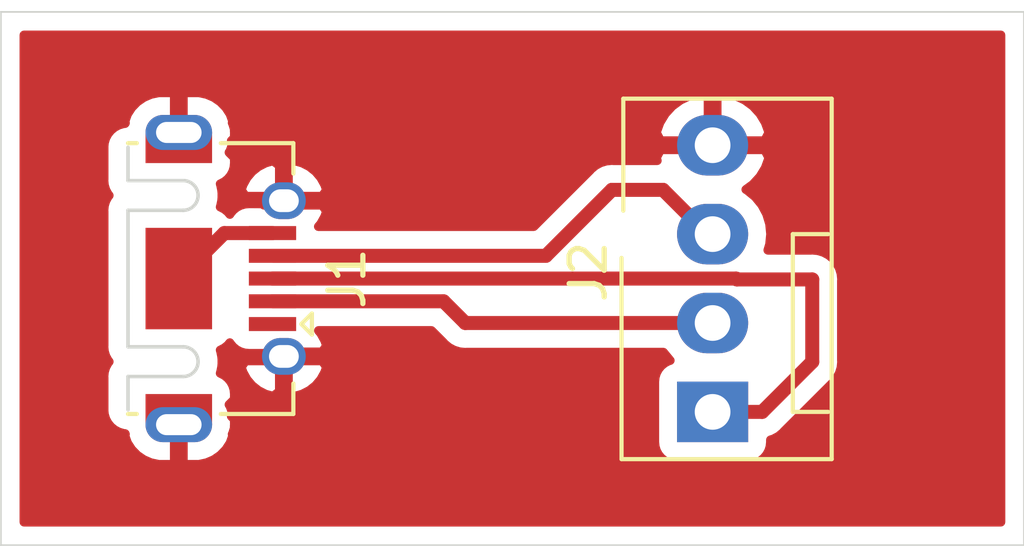
<source format=kicad_pcb>
(kicad_pcb (version 20171130) (host pcbnew "(5.1.5)-3")

  (general
    (thickness 1.6)
    (drawings 4)
    (tracks 16)
    (zones 0)
    (modules 2)
    (nets 6)
  )

  (page A4)
  (layers
    (0 F.Cu signal)
    (31 B.Cu signal)
    (33 F.Adhes user)
    (35 F.Paste user)
    (37 F.SilkS user)
    (38 B.Mask user)
    (39 F.Mask user)
    (40 Dwgs.User user)
    (41 Cmts.User user)
    (42 Eco1.User user)
    (43 Eco2.User user)
    (44 Edge.Cuts user)
    (45 Margin user)
    (46 B.CrtYd user)
    (47 F.CrtYd user)
    (49 F.Fab user)
  )

  (setup
    (last_trace_width 0.4)
    (user_trace_width 0.4)
    (trace_clearance 0.2)
    (zone_clearance 0.508)
    (zone_45_only no)
    (trace_min 0.2)
    (via_size 0.8)
    (via_drill 0.4)
    (via_min_size 0.4)
    (via_min_drill 0.3)
    (uvia_size 0.3)
    (uvia_drill 0.1)
    (uvias_allowed no)
    (uvia_min_size 0.2)
    (uvia_min_drill 0.1)
    (edge_width 0.05)
    (segment_width 0.2)
    (pcb_text_width 0.3)
    (pcb_text_size 1.5 1.5)
    (mod_edge_width 0.12)
    (mod_text_size 1 1)
    (mod_text_width 0.15)
    (pad_size 0.4 1.35)
    (pad_drill 0)
    (pad_to_mask_clearance 0.051)
    (solder_mask_min_width 0.25)
    (aux_axis_origin 143.1036 145.288)
    (grid_origin 143.1544 145.3388)
    (visible_elements 7FFFFFFF)
    (pcbplotparams
      (layerselection 0x010e8_ffffffff)
      (usegerberextensions false)
      (usegerberattributes false)
      (usegerberadvancedattributes false)
      (creategerberjobfile false)
      (excludeedgelayer true)
      (linewidth 0.100000)
      (plotframeref false)
      (viasonmask false)
      (mode 1)
      (useauxorigin true)
      (hpglpennumber 1)
      (hpglpenspeed 20)
      (hpglpendiameter 15.000000)
      (psnegative false)
      (psa4output false)
      (plotreference true)
      (plotvalue true)
      (plotinvisibletext false)
      (padsonsilk false)
      (subtractmaskfromsilk false)
      (outputformat 1)
      (mirror false)
      (drillshape 0)
      (scaleselection 1)
      (outputdirectory "../../../Test Parts/"))
  )

  (net 0 "")
  (net 1 Earth)
  (net 2 "Net-(J1-Pad4)")
  (net 3 "Net-(J1-Pad3)")
  (net 4 +5V)
  (net 5 "Net-(J1-Pad2)")

  (net_class Default "This is the default net class."
    (clearance 0.2)
    (trace_width 0.25)
    (via_dia 0.8)
    (via_drill 0.4)
    (uvia_dia 0.3)
    (uvia_drill 0.1)
    (add_net +5V)
    (add_net Earth)
    (add_net "Net-(J1-Pad2)")
    (add_net "Net-(J1-Pad3)")
    (add_net "Net-(J1-Pad4)")
  )

  (module Connector_USB:USB_Micro-AB_Molex_47590-0001 (layer F.Cu) (tedit 5E610B93) (tstamp 5E603CF1)
    (at 148.59 137.16 270)
    (descr "Micro USB AB receptable, right-angle inverted (https://www.molex.com/pdm_docs/sd/475900001_sd.pdf)")
    (tags "Micro AB USB SMD")
    (path /5E5FD768)
    (attr smd)
    (fp_text reference J1 (at 0 -4.8 270) (layer F.SilkS)
      (effects (font (size 1 1) (thickness 0.15)))
    )
    (fp_text value USB_B_Micro (at 0 3.5 90) (layer F.Fab)
      (effects (font (size 1 1) (thickness 0.15)))
    )
    (fp_line (start -3.75 1.45) (end 3.75 1.45) (layer F.Fab) (width 0.1))
    (fp_text user "PCB Edge" (at 0 1.45 90) (layer Dwgs.User)
      (effects (font (size 0.4 0.4) (thickness 0.04)))
    )
    (fp_text user %R (at 0 -1.5 90) (layer F.Fab)
      (effects (font (size 1 1) (thickness 0.15)))
    )
    (fp_line (start -3.87 1.2) (end -3.87 1.45) (layer F.SilkS) (width 0.12))
    (fp_line (start 3.87 1.2) (end 3.87 1.45) (layer F.SilkS) (width 0.12))
    (fp_line (start 3 -3.27) (end 3.87 -3.27) (layer F.SilkS) (width 0.12))
    (fp_line (start -3.87 -3.27) (end -3.87 -1.2) (layer F.SilkS) (width 0.12))
    (fp_line (start 3.87 -3.27) (end 3.87 -1.2) (layer F.SilkS) (width 0.12))
    (fp_line (start -3.75 2.15) (end 3.75 2.15) (layer F.Fab) (width 0.1))
    (fp_line (start -3.75 -3.15) (end -3.75 1.45) (layer F.Fab) (width 0.1))
    (fp_line (start -3.75 1.45) (end -2.8 1.45) (layer Edge.Cuts) (width 0.1))
    (fp_line (start -2.8 -0.125) (end -2.8 1.45) (layer Edge.Cuts) (width 0.1))
    (fp_line (start -1.95 -0.125) (end -1.95 1.45) (layer Edge.Cuts) (width 0.1))
    (fp_line (start -1.95 1.45) (end 1.95 1.45) (layer Edge.Cuts) (width 0.1))
    (fp_line (start 1.95 -0.125) (end 1.95 1.45) (layer Edge.Cuts) (width 0.1))
    (fp_line (start 2.8 -0.125) (end 2.8 1.45) (layer Edge.Cuts) (width 0.1))
    (fp_line (start 2.8 1.45) (end 3.75 1.45) (layer Edge.Cuts) (width 0.1))
    (fp_line (start 3.75 -3.15) (end 3.75 1.45) (layer F.Fab) (width 0.1))
    (fp_line (start -3.75 -3.15) (end 3.75 -3.15) (layer F.Fab) (width 0.1))
    (fp_line (start -5.18 -4.13) (end 5.18 -4.13) (layer F.CrtYd) (width 0.05))
    (fp_line (start 5.18 -4.13) (end 5.18 2.65) (layer F.CrtYd) (width 0.05))
    (fp_line (start -5.18 -4.13) (end -5.18 2.65) (layer F.CrtYd) (width 0.05))
    (fp_line (start -5.18 2.65) (end 5.18 2.65) (layer F.CrtYd) (width 0.05))
    (fp_arc (start -2.375 -0.125) (end -2.8 -0.125) (angle 180) (layer Edge.Cuts) (width 0.1))
    (fp_arc (start 2.375 -0.125) (end 1.95 -0.125) (angle 180) (layer Edge.Cuts) (width 0.1))
    (fp_line (start -3.87 -3.27) (end -3 -3.27) (layer F.SilkS) (width 0.12))
    (fp_line (start 1.3 -3.5) (end 1 -3.8) (layer F.SilkS) (width 0.12))
    (fp_line (start 1.3 -3.5) (end 1.6 -3.8) (layer F.SilkS) (width 0.12))
    (fp_line (start 1 -3.8) (end 1.6 -3.8) (layer F.SilkS) (width 0.12))
    (pad "" smd rect (at -3.5 0 270) (size 0.3 0.85) (layers F.Paste))
    (pad "" smd rect (at 3.5 0 270) (size 0.3 0.85) (layers F.Paste))
    (pad 6 smd rect (at -3.7375 0 270) (size 0.875 1.9) (layers F.Cu F.Mask)
      (net 1 Earth))
    (pad 6 smd rect (at 3.7375 0 270) (size 0.875 1.9) (layers F.Cu F.Mask)
      (net 1 Earth))
    (pad 6 smd rect (at 0 0 270) (size 2.9 1.9) (layers F.Cu F.Paste F.Mask)
      (net 1 Earth))
    (pad 2 smd rect (at 0.65 -2.675 270) (size 0.4 1.35) (layers F.Cu F.Paste F.Mask)
      (net 5 "Net-(J1-Pad2)"))
    (pad 6 thru_hole oval (at 4.175 0 270) (size 1 1.9) (drill oval 0.6 1.3) (layers *.Cu *.Mask)
      (net 1 Earth))
    (pad 6 thru_hole oval (at -4.175 0 270) (size 1 1.9) (drill oval 0.6 1.3) (layers *.Cu *.Mask)
      (net 1 Earth))
    (pad 6 thru_hole oval (at 2.225 -3 270) (size 1.05 1.25) (drill oval 0.65 0.85) (layers *.Cu *.Mask)
      (net 1 Earth))
    (pad 1 smd rect (at 1.3 -2.675 270) (size 0.4 1.35) (layers F.Cu F.Paste F.Mask)
      (net 4 +5V))
    (pad 3 smd rect (at 0 -2.675 270) (size 0.4 1.35) (layers F.Cu F.Paste F.Mask)
      (net 3 "Net-(J1-Pad3)"))
    (pad 4 smd rect (at -0.65 -2.675 270) (size 0.4 1.35) (layers F.Cu F.Paste F.Mask)
      (net 2 "Net-(J1-Pad4)"))
    (pad 5 smd rect (at -1.3 -2.675 270) (size 0.4 1.35) (layers F.Cu F.Paste F.Mask)
      (net 1 Earth))
    (pad 6 thru_hole oval (at -2.225 -3 270) (size 1.05 1.25) (drill oval 0.65 0.85) (layers *.Cu *.Mask)
      (net 1 Earth))
    (model ${KISYS3DMOD}/Connector_USB.3dshapes/USB_Micro-AB_Molex_47590-0001.wrl
      (at (xyz 0 0 0))
      (scale (xyz 1 1 1))
      (rotate (xyz 0 0 0))
    )
    (model ${KISYS3DMOD}/Connector_USB.3dshapes/USB_Micro-B_Molex_47346-0001.wrl
      (offset (xyz 0 1 0))
      (scale (xyz 1 1 1))
      (rotate (xyz 0 0 0))
    )
  )

  (module Connector:FanPinHeader_1x04_P2.54mm_Vertical (layer F.Cu) (tedit 5A19DE55) (tstamp 5E603D10)
    (at 163.83 140.97 90)
    (descr "4-pin CPU fan Through hole pin header, e.g. for Wieson part number 2366C888-007 Molex 47053-1000, Foxconn HF27040-M1, Tyco 1470947-1 or equivalent, see http://www.formfactors.org/developer%5Cspecs%5Crev1_2_public.pdf")
    (tags "pin header 4-pin CPU fan")
    (path /5E5FD903)
    (fp_text reference J2 (at 4 -3.55 90) (layer F.SilkS)
      (effects (font (size 1 1) (thickness 0.15)))
    )
    (fp_text value Conn_01x04_Female (at 4.05 4.35 90) (layer F.Fab)
      (effects (font (size 1 1) (thickness 0.15)))
    )
    (fp_line (start 9.35 -3.2) (end 9.35 3.8) (layer F.CrtYd) (width 0.05))
    (fp_line (start 9.35 -3.2) (end -1.75 -3.2) (layer F.CrtYd) (width 0.05))
    (fp_line (start -1.75 3.8) (end 9.35 3.8) (layer F.CrtYd) (width 0.05))
    (fp_line (start -1.75 3.8) (end -1.75 -3.2) (layer F.CrtYd) (width 0.05))
    (fp_line (start 5.08 2.29) (end 5.08 3.3) (layer F.SilkS) (width 0.12))
    (fp_line (start 0 2.29) (end 5.08 2.29) (layer F.SilkS) (width 0.12))
    (fp_line (start 0 3.3) (end 0 2.29) (layer F.SilkS) (width 0.12))
    (fp_line (start -1.25 -2.5) (end 4.4 -2.5) (layer F.Fab) (width 0.1))
    (fp_line (start -1.25 3.3) (end -1.25 -2.5) (layer F.Fab) (width 0.1))
    (fp_line (start -1.2 3.3) (end -1.25 3.3) (layer F.Fab) (width 0.1))
    (fp_line (start 8.85 3.3) (end -1.2 3.3) (layer F.Fab) (width 0.1))
    (fp_line (start 8.85 -2.5) (end 8.85 3.3) (layer F.Fab) (width 0.1))
    (fp_line (start 5.75 -2.5) (end 8.85 -2.5) (layer F.Fab) (width 0.1))
    (fp_line (start 0 2.3) (end 0 3.3) (layer F.Fab) (width 0.1))
    (fp_line (start 5.1 2.3) (end 0 2.3) (layer F.Fab) (width 0.1))
    (fp_line (start 5.1 3.3) (end 5.1 2.3) (layer F.Fab) (width 0.1))
    (fp_line (start -1.35 3.4) (end -1.35 -2.6) (layer F.SilkS) (width 0.12))
    (fp_line (start 8.95 3.4) (end -1.35 3.4) (layer F.SilkS) (width 0.12))
    (fp_line (start 8.95 -2.55) (end 8.95 3.4) (layer F.SilkS) (width 0.12))
    (fp_line (start 5.75 -2.55) (end 8.95 -2.55) (layer F.SilkS) (width 0.12))
    (fp_line (start -1.35 -2.6) (end 4.4 -2.6) (layer F.SilkS) (width 0.12))
    (fp_text user %R (at 1.85 -1.75 90) (layer F.Fab)
      (effects (font (size 1 1) (thickness 0.15)))
    )
    (pad "" np_thru_hole circle (at 5.08 -2.16 180) (size 1.1 1.1) (drill 1.1) (layers *.Cu *.Mask))
    (pad 4 thru_hole oval (at 7.62 0 180) (size 2.03 1.73) (drill 1.02) (layers *.Cu *.Mask)
      (net 1 Earth))
    (pad 3 thru_hole oval (at 5.08 0 180) (size 2.03 1.73) (drill 1.02) (layers *.Cu *.Mask)
      (net 2 "Net-(J1-Pad4)"))
    (pad 2 thru_hole oval (at 2.54 0 180) (size 2.03 1.73) (drill 1.02) (layers *.Cu *.Mask)
      (net 5 "Net-(J1-Pad2)"))
    (pad 1 thru_hole rect (at 0 0 180) (size 2.03 1.73) (drill 1.02) (layers *.Cu *.Mask)
      (net 3 "Net-(J1-Pad3)"))
    (model ${KISYS3DMOD}/Connector.3dshapes/FanPinHeader_1x04_P2.54mm_Vertical.wrl
      (at (xyz 0 0 0))
      (scale (xyz 1 1 1))
      (rotate (xyz 0 0 0))
    )
  )

  (gr_line (start 143.51 144.78) (end 143.51 129.54) (layer Edge.Cuts) (width 0.05) (tstamp 5E603F1B))
  (gr_line (start 172.72 144.78) (end 143.51 144.78) (layer Edge.Cuts) (width 0.05))
  (gr_line (start 172.72 129.54) (end 172.72 144.78) (layer Edge.Cuts) (width 0.05))
  (gr_line (start 143.51 129.54) (end 172.72 129.54) (layer Edge.Cuts) (width 0.05))

  (segment (start 149.89 135.86) (end 148.59 137.16) (width 0.4) (layer F.Cu) (net 1))
  (segment (start 151.265 135.86) (end 149.89 135.86) (width 0.4) (layer F.Cu) (net 1))
  (segment (start 151.265 136.51) (end 159.0698 136.51) (width 0.4) (layer F.Cu) (net 2))
  (segment (start 163.68 135.89) (end 163.83 135.89) (width 0.4) (layer F.Cu) (net 2))
  (segment (start 162.415 134.625) (end 163.68 135.89) (width 0.4) (layer F.Cu) (net 2))
  (segment (start 160.9548 134.625) (end 162.415 134.625) (width 0.4) (layer F.Cu) (net 2))
  (segment (start 159.0698 136.51) (end 160.9548 134.625) (width 0.4) (layer F.Cu) (net 2))
  (segment (start 165.245 140.97) (end 163.83 140.97) (width 0.4) (layer F.Cu) (net 3))
  (segment (start 164.498994 137.16) (end 164.524394 137.1854) (width 0.4) (layer F.Cu) (net 3))
  (segment (start 151.265 137.16) (end 164.498994 137.16) (width 0.4) (layer F.Cu) (net 3))
  (segment (start 164.524394 137.1854) (end 166.6748 137.1854) (width 0.4) (layer F.Cu) (net 3))
  (segment (start 166.6748 137.1854) (end 166.6748 139.5402) (width 0.4) (layer F.Cu) (net 3))
  (segment (start 166.6748 139.5402) (end 165.245 140.97) (width 0.4) (layer F.Cu) (net 3))
  (segment (start 151.265 137.81) (end 156.1488 137.81) (width 0.4) (layer F.Cu) (net 5))
  (segment (start 156.7688 138.43) (end 163.83 138.43) (width 0.4) (layer F.Cu) (net 5))
  (segment (start 156.1488 137.81) (end 156.7688 138.43) (width 0.4) (layer F.Cu) (net 5))

  (zone (net 1) (net_name Earth) (layer F.Cu) (tstamp 5E610D90) (hatch edge 0.508)
    (connect_pads (clearance 0.508))
    (min_thickness 0.254)
    (fill yes (arc_segments 32) (thermal_gap 0.508) (thermal_bridge_width 0.508))
    (polygon
      (pts
        (xy 172.4914 129.8194) (xy 172.4914 144.5514) (xy 143.891 144.5514) (xy 143.891 129.794) (xy 154.178 129.794)
      )
    )
    (filled_polygon
      (pts
        (xy 172.060001 144.12) (xy 144.17 144.12) (xy 144.17 134.36) (xy 146.451686 134.36) (xy 146.464912 134.494283)
        (xy 146.504081 134.623406) (xy 146.567688 134.742407) (xy 146.602644 134.785) (xy 146.567688 134.827593) (xy 146.504081 134.946594)
        (xy 146.464912 135.075717) (xy 146.451686 135.21) (xy 146.455 135.243647) (xy 146.455001 139.076343) (xy 146.451686 139.11)
        (xy 146.464912 139.244283) (xy 146.504081 139.373406) (xy 146.567688 139.492407) (xy 146.602644 139.535) (xy 146.567688 139.577593)
        (xy 146.504081 139.696594) (xy 146.464912 139.825717) (xy 146.451686 139.96) (xy 146.455 139.993648) (xy 146.455001 140.943647)
        (xy 146.464913 141.044283) (xy 146.504082 141.173406) (xy 146.567689 141.292407) (xy 146.65329 141.396711) (xy 146.757594 141.482312)
        (xy 146.876595 141.545919) (xy 147.005718 141.585088) (xy 147.05632 141.590072) (xy 147.066247 141.608645) (xy 147.045881 141.636874)
        (xy 147.125724 141.859976) (xy 147.247631 142.047764) (xy 147.403831 142.208161) (xy 147.588322 142.335003) (xy 147.794013 142.423415)
        (xy 148.013 142.47) (xy 148.463 142.47) (xy 148.463 141.188) (xy 148.717 141.188) (xy 148.717 142.47)
        (xy 149.167 142.47) (xy 149.385987 142.423415) (xy 149.591678 142.335003) (xy 149.776169 142.208161) (xy 149.932369 142.047764)
        (xy 150.054276 141.859976) (xy 150.134119 141.636874) (xy 150.113753 141.608645) (xy 150.129502 141.57918) (xy 150.165048 141.462002)
        (xy 150.175 141.462002) (xy 150.175 141.366192) (xy 150.178072 141.335) (xy 150.175 141.18325) (xy 150.088335 141.096585)
        (xy 150.134119 141.033126) (xy 150.054276 140.810024) (xy 150.02375 140.763) (xy 150.175 140.61175) (xy 150.178072 140.46)
        (xy 150.165812 140.335518) (xy 150.129502 140.21582) (xy 150.070537 140.105506) (xy 149.991185 140.008815) (xy 149.894494 139.929463)
        (xy 149.78418 139.870498) (xy 149.772282 139.866889) (xy 149.789602 139.80804) (xy 149.801236 139.747051) (xy 149.812781 139.69081)
        (xy 150.371036 139.69081) (xy 150.426592 139.845507) (xy 150.536866 140.044119) (xy 150.683768 140.217401) (xy 150.861653 140.358695)
        (xy 151.063685 140.46257) (xy 151.2821 140.525035) (xy 151.463 140.384772) (xy 151.463 139.512) (xy 151.717 139.512)
        (xy 151.717 140.384772) (xy 151.8979 140.525035) (xy 152.116315 140.46257) (xy 152.318347 140.358695) (xy 152.496232 140.217401)
        (xy 152.643134 140.044119) (xy 152.753408 139.845507) (xy 152.808964 139.69081) (xy 152.683163 139.512) (xy 151.717 139.512)
        (xy 151.463 139.512) (xy 150.496837 139.512) (xy 150.371036 139.69081) (xy 149.812781 139.69081) (xy 149.813719 139.686243)
        (xy 149.814652 139.676724) (xy 149.814653 139.676719) (xy 149.814653 139.676713) (xy 149.82217 139.59412) (xy 149.821737 139.532031)
        (xy 149.82217 139.469942) (xy 149.821237 139.460424) (xy 149.812566 139.377933) (xy 149.800078 139.317102) (xy 149.78845 139.256143)
        (xy 149.785686 139.246987) (xy 149.77212 139.20316) (xy 149.78418 139.199502) (xy 149.894494 139.140537) (xy 149.991185 139.061185)
        (xy 150.047646 138.992387) (xy 150.059463 139.014494) (xy 150.138815 139.111185) (xy 150.235506 139.190537) (xy 150.34582 139.249502)
        (xy 150.465518 139.285812) (xy 150.59 139.298072) (xy 151.94 139.298072) (xy 152.064482 139.285812) (xy 152.156166 139.258)
        (xy 152.683163 139.258) (xy 152.808964 139.07919) (xy 152.753408 138.924493) (xy 152.643134 138.725881) (xy 152.578072 138.649135)
        (xy 152.578072 138.645) (xy 155.802933 138.645) (xy 156.149358 138.991426) (xy 156.175509 139.023291) (xy 156.302654 139.127636)
        (xy 156.447713 139.205172) (xy 156.605111 139.252918) (xy 156.727781 139.265) (xy 156.727791 139.265) (xy 156.768799 139.269039)
        (xy 156.809807 139.265) (xy 162.425486 139.265) (xy 162.426762 139.267387) (xy 162.614208 139.495792) (xy 162.62003 139.50057)
        (xy 162.57082 139.515498) (xy 162.460506 139.574463) (xy 162.363815 139.653815) (xy 162.284463 139.750506) (xy 162.225498 139.86082)
        (xy 162.189188 139.980518) (xy 162.176928 140.105) (xy 162.176928 141.835) (xy 162.189188 141.959482) (xy 162.225498 142.07918)
        (xy 162.284463 142.189494) (xy 162.363815 142.286185) (xy 162.460506 142.365537) (xy 162.57082 142.424502) (xy 162.690518 142.460812)
        (xy 162.815 142.473072) (xy 164.845 142.473072) (xy 164.969482 142.460812) (xy 165.08918 142.424502) (xy 165.199494 142.365537)
        (xy 165.296185 142.286185) (xy 165.375537 142.189494) (xy 165.434502 142.07918) (xy 165.470812 141.959482) (xy 165.483072 141.835)
        (xy 165.483072 141.770354) (xy 165.566087 141.745172) (xy 165.711146 141.667636) (xy 165.838291 141.563291) (xy 165.864446 141.531422)
        (xy 167.236232 140.159637) (xy 167.268091 140.133491) (xy 167.301274 140.093058) (xy 167.320051 140.070177) (xy 167.372436 140.006346)
        (xy 167.449972 139.861287) (xy 167.497718 139.703889) (xy 167.5098 139.581219) (xy 167.5098 139.581218) (xy 167.51384 139.5402)
        (xy 167.5098 139.499182) (xy 167.5098 137.226419) (xy 167.51384 137.1854) (xy 167.497718 137.021711) (xy 167.449972 136.864313)
        (xy 167.372436 136.719254) (xy 167.268091 136.592109) (xy 167.140946 136.487764) (xy 166.995887 136.410228) (xy 166.838489 136.362482)
        (xy 166.715819 136.3504) (xy 166.715818 136.3504) (xy 166.6748 136.34636) (xy 166.633781 136.3504) (xy 165.407834 136.3504)
        (xy 165.458295 136.184051) (xy 165.487257 135.89) (xy 165.458295 135.595949) (xy 165.372524 135.313198) (xy 165.233238 135.052613)
        (xy 165.045792 134.824208) (xy 164.817387 134.636762) (xy 164.779297 134.616402) (xy 164.981972 134.46781) (xy 165.180793 134.250857)
        (xy 165.333469 133.999284) (xy 165.434131 133.722759) (xy 165.436346 133.709246) (xy 165.315224 133.477) (xy 163.957 133.477)
        (xy 163.957 133.497) (xy 163.703 133.497) (xy 163.703 133.477) (xy 162.344776 133.477) (xy 162.223654 133.709246)
        (xy 162.225869 133.722759) (xy 162.250346 133.79) (xy 160.995818 133.79) (xy 160.9548 133.78596) (xy 160.913782 133.79)
        (xy 160.913781 133.79) (xy 160.791111 133.802082) (xy 160.633713 133.849828) (xy 160.488654 133.927364) (xy 160.443354 133.964541)
        (xy 160.418421 133.985003) (xy 160.361509 134.031709) (xy 160.335363 134.063568) (xy 158.723933 135.675) (xy 152.574566 135.675)
        (xy 152.643134 135.594119) (xy 152.753408 135.395507) (xy 152.808964 135.24081) (xy 152.683163 135.062) (xy 152.158394 135.062)
        (xy 152.054457 135.032278) (xy 151.929795 135.02201) (xy 151.55075 135.025) (xy 151.49375 135.082) (xy 151.463 135.082)
        (xy 151.463 135.062) (xy 151.01625 135.062) (xy 150.97925 135.025) (xy 150.600205 135.02201) (xy 150.475543 135.032278)
        (xy 150.355279 135.066669) (xy 150.244036 135.123861) (xy 150.146088 135.201657) (xy 150.0652 135.297067) (xy 150.048 135.328044)
        (xy 149.991185 135.258815) (xy 149.894494 135.179463) (xy 149.78418 135.120498) (xy 149.772282 135.116889) (xy 149.789602 135.05804)
        (xy 149.801236 134.997051) (xy 149.813719 134.936243) (xy 149.814652 134.926724) (xy 149.814653 134.926719) (xy 149.814653 134.926713)
        (xy 149.82217 134.84412) (xy 149.821737 134.782031) (xy 149.82217 134.719942) (xy 149.821237 134.710424) (xy 149.812699 134.62919)
        (xy 150.371036 134.62919) (xy 150.496837 134.808) (xy 151.463 134.808) (xy 151.463 133.935228) (xy 151.717 133.935228)
        (xy 151.717 134.808) (xy 152.683163 134.808) (xy 152.808964 134.62919) (xy 152.753408 134.474493) (xy 152.643134 134.275881)
        (xy 152.496232 134.102599) (xy 152.318347 133.961305) (xy 152.116315 133.85743) (xy 151.8979 133.794965) (xy 151.717 133.935228)
        (xy 151.463 133.935228) (xy 151.2821 133.794965) (xy 151.063685 133.85743) (xy 150.861653 133.961305) (xy 150.683768 134.102599)
        (xy 150.536866 134.275881) (xy 150.426592 134.474493) (xy 150.371036 134.62919) (xy 149.812699 134.62919) (xy 149.812566 134.627933)
        (xy 149.800078 134.567102) (xy 149.78845 134.506143) (xy 149.785686 134.496987) (xy 149.77212 134.45316) (xy 149.78418 134.449502)
        (xy 149.894494 134.390537) (xy 149.991185 134.311185) (xy 150.070537 134.214494) (xy 150.129502 134.10418) (xy 150.165812 133.984482)
        (xy 150.178072 133.86) (xy 150.175 133.70825) (xy 150.02375 133.557) (xy 150.054276 133.509976) (xy 150.134119 133.286874)
        (xy 150.088335 133.223415) (xy 150.175 133.13675) (xy 150.177955 132.990754) (xy 162.223654 132.990754) (xy 162.344776 133.223)
        (xy 163.703 133.223) (xy 163.703 132.007778) (xy 163.957 132.007778) (xy 163.957 133.223) (xy 165.315224 133.223)
        (xy 165.436346 132.990754) (xy 165.434131 132.977241) (xy 165.333469 132.700716) (xy 165.180793 132.449143) (xy 164.981972 132.23219)
        (xy 164.744645 132.058193) (xy 164.477934 131.93384) (xy 164.192087 131.863909) (xy 163.957 132.007778) (xy 163.703 132.007778)
        (xy 163.467913 131.863909) (xy 163.182066 131.93384) (xy 162.915355 132.058193) (xy 162.678028 132.23219) (xy 162.479207 132.449143)
        (xy 162.326531 132.700716) (xy 162.225869 132.977241) (xy 162.223654 132.990754) (xy 150.177955 132.990754) (xy 150.178072 132.985)
        (xy 150.175 132.953808) (xy 150.175 132.857998) (xy 150.165048 132.857998) (xy 150.129502 132.74082) (xy 150.113753 132.711355)
        (xy 150.134119 132.683126) (xy 150.054276 132.460024) (xy 149.932369 132.272236) (xy 149.776169 132.111839) (xy 149.591678 131.984997)
        (xy 149.385987 131.896585) (xy 149.167 131.85) (xy 148.717 131.85) (xy 148.717 133.132) (xy 148.463 133.132)
        (xy 148.463 131.85) (xy 148.013 131.85) (xy 147.794013 131.896585) (xy 147.588322 131.984997) (xy 147.403831 132.111839)
        (xy 147.247631 132.272236) (xy 147.125724 132.460024) (xy 147.045881 132.683126) (xy 147.066247 132.711355) (xy 147.05632 132.729928)
        (xy 147.005717 132.734912) (xy 146.876594 132.774081) (xy 146.757593 132.837688) (xy 146.653289 132.92329) (xy 146.567688 133.027594)
        (xy 146.504081 133.146595) (xy 146.464912 133.275718) (xy 146.455 133.376354) (xy 146.455001 134.326344) (xy 146.451686 134.36)
        (xy 144.17 134.36) (xy 144.17 130.2) (xy 172.06 130.2)
      )
    )
    (filled_polygon
      (pts
        (xy 148.717 137.033) (xy 148.737 137.033) (xy 148.737 137.287) (xy 148.717 137.287) (xy 148.717 137.307)
        (xy 148.463 137.307) (xy 148.463 137.287) (xy 148.443 137.287) (xy 148.443 137.033) (xy 148.463 137.033)
        (xy 148.463 137.013) (xy 148.717 137.013)
      )
    )
  )
)

</source>
